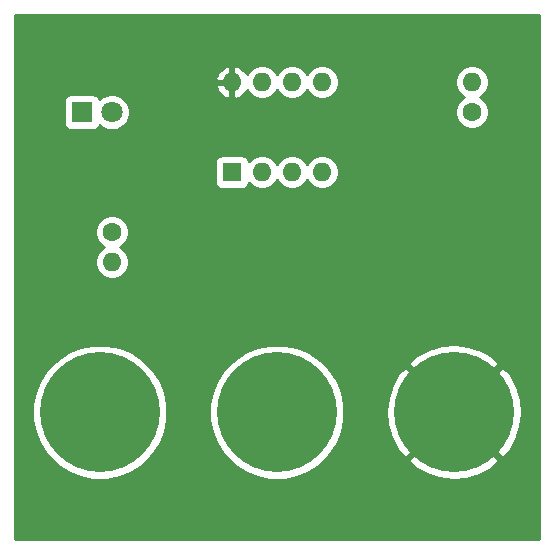
<source format=gbr>
%TF.GenerationSoftware,KiCad,Pcbnew,(5.1.10)-1*%
%TF.CreationDate,2021-07-14T02:51:18+08:00*%
%TF.ProjectId,20210714,32303231-3037-4313-942e-6b696361645f,rev?*%
%TF.SameCoordinates,Original*%
%TF.FileFunction,Copper,L2,Bot*%
%TF.FilePolarity,Positive*%
%FSLAX46Y46*%
G04 Gerber Fmt 4.6, Leading zero omitted, Abs format (unit mm)*
G04 Created by KiCad (PCBNEW (5.1.10)-1) date 2021-07-14 02:51:18*
%MOMM*%
%LPD*%
G01*
G04 APERTURE LIST*
%TA.AperFunction,ComponentPad*%
%ADD10R,1.800000X1.800000*%
%TD*%
%TA.AperFunction,ComponentPad*%
%ADD11C,1.800000*%
%TD*%
%TA.AperFunction,ComponentPad*%
%ADD12C,10.160000*%
%TD*%
%TA.AperFunction,ComponentPad*%
%ADD13O,1.600000X1.600000*%
%TD*%
%TA.AperFunction,ComponentPad*%
%ADD14C,1.600000*%
%TD*%
%TA.AperFunction,ComponentPad*%
%ADD15R,1.600000X1.600000*%
%TD*%
%TA.AperFunction,Conductor*%
%ADD16C,0.254000*%
%TD*%
%TA.AperFunction,Conductor*%
%ADD17C,0.100000*%
%TD*%
G04 APERTURE END LIST*
D10*
%TO.P,D1,1*%
%TO.N,Net-(D1-Pad1)*%
X101600000Y-72390000D03*
D11*
%TO.P,D1,2*%
%TO.N,Net-(D1-Pad2)*%
X104140000Y-72390000D03*
%TD*%
D12*
%TO.P,J1,1*%
%TO.N,VCC*%
X103120000Y-97790000D03*
%TO.P,J1,3*%
%TO.N,GND*%
X133090000Y-97790000D03*
%TO.P,J1,2*%
%TO.N,Net-(J1-Pad2)*%
X118110000Y-97790000D03*
%TD*%
D13*
%TO.P,R1,2*%
%TO.N,/INPUT*%
X134620000Y-69850000D03*
D14*
%TO.P,R1,1*%
%TO.N,Net-(J1-Pad2)*%
X134620000Y-72390000D03*
%TD*%
%TO.P,R2,1*%
%TO.N,Net-(D1-Pad2)*%
X104140000Y-82550000D03*
D13*
%TO.P,R2,2*%
%TO.N,VCC*%
X104140000Y-85090000D03*
%TD*%
D15*
%TO.P,U1,1*%
%TO.N,VCC*%
X114300000Y-77470000D03*
D13*
%TO.P,U1,5*%
%TO.N,Net-(U1-Pad5)*%
X121920000Y-69850000D03*
%TO.P,U1,2*%
%TO.N,Net-(U1-Pad2)*%
X116840000Y-77470000D03*
%TO.P,U1,6*%
%TO.N,/INPUT*%
X119380000Y-69850000D03*
%TO.P,U1,3*%
%TO.N,Net-(U1-Pad3)*%
X119380000Y-77470000D03*
%TO.P,U1,7*%
%TO.N,Net-(D1-Pad1)*%
X116840000Y-69850000D03*
%TO.P,U1,4*%
%TO.N,Net-(U1-Pad4)*%
X121920000Y-77470000D03*
%TO.P,U1,8*%
%TO.N,GND*%
X114300000Y-69850000D03*
%TD*%
D16*
%TO.N,GND*%
X140310001Y-108560000D02*
X95910000Y-108560000D01*
X95910000Y-97227122D01*
X97405000Y-97227122D01*
X97405000Y-98352878D01*
X97624625Y-99457004D01*
X98055433Y-100497067D01*
X98680870Y-101433100D01*
X99476900Y-102229130D01*
X100412933Y-102854567D01*
X101452996Y-103285375D01*
X102557122Y-103505000D01*
X103682878Y-103505000D01*
X104787004Y-103285375D01*
X105827067Y-102854567D01*
X106763100Y-102229130D01*
X107559130Y-101433100D01*
X108184567Y-100497067D01*
X108615375Y-99457004D01*
X108835000Y-98352878D01*
X108835000Y-97227122D01*
X112395000Y-97227122D01*
X112395000Y-98352878D01*
X112614625Y-99457004D01*
X113045433Y-100497067D01*
X113670870Y-101433100D01*
X114466900Y-102229130D01*
X115402933Y-102854567D01*
X116442996Y-103285375D01*
X117547122Y-103505000D01*
X118672878Y-103505000D01*
X119777004Y-103285375D01*
X120817067Y-102854567D01*
X121753100Y-102229130D01*
X122155034Y-101827196D01*
X129232409Y-101827196D01*
X129818124Y-102509416D01*
X130801704Y-103057045D01*
X131873223Y-103402265D01*
X132991501Y-103531808D01*
X134113565Y-103440697D01*
X135196294Y-103132433D01*
X136198079Y-102618863D01*
X136361876Y-102509416D01*
X136947591Y-101827196D01*
X133090000Y-97969605D01*
X129232409Y-101827196D01*
X122155034Y-101827196D01*
X122549130Y-101433100D01*
X123174567Y-100497067D01*
X123605375Y-99457004D01*
X123825000Y-98352878D01*
X123825000Y-97691501D01*
X127348192Y-97691501D01*
X127439303Y-98813565D01*
X127747567Y-99896294D01*
X128261137Y-100898079D01*
X128370584Y-101061876D01*
X129052804Y-101647591D01*
X132910395Y-97790000D01*
X133269605Y-97790000D01*
X137127196Y-101647591D01*
X137809416Y-101061876D01*
X138357045Y-100078296D01*
X138702265Y-99006777D01*
X138831808Y-97888499D01*
X138740697Y-96766435D01*
X138432433Y-95683706D01*
X137918863Y-94681921D01*
X137809416Y-94518124D01*
X137127196Y-93932409D01*
X133269605Y-97790000D01*
X132910395Y-97790000D01*
X129052804Y-93932409D01*
X128370584Y-94518124D01*
X127822955Y-95501704D01*
X127477735Y-96573223D01*
X127348192Y-97691501D01*
X123825000Y-97691501D01*
X123825000Y-97227122D01*
X123605375Y-96122996D01*
X123174567Y-95082933D01*
X122549130Y-94146900D01*
X122155034Y-93752804D01*
X129232409Y-93752804D01*
X133090000Y-97610395D01*
X136947591Y-93752804D01*
X136361876Y-93070584D01*
X135378296Y-92522955D01*
X134306777Y-92177735D01*
X133188499Y-92048192D01*
X132066435Y-92139303D01*
X130983706Y-92447567D01*
X129981921Y-92961137D01*
X129818124Y-93070584D01*
X129232409Y-93752804D01*
X122155034Y-93752804D01*
X121753100Y-93350870D01*
X120817067Y-92725433D01*
X119777004Y-92294625D01*
X118672878Y-92075000D01*
X117547122Y-92075000D01*
X116442996Y-92294625D01*
X115402933Y-92725433D01*
X114466900Y-93350870D01*
X113670870Y-94146900D01*
X113045433Y-95082933D01*
X112614625Y-96122996D01*
X112395000Y-97227122D01*
X108835000Y-97227122D01*
X108615375Y-96122996D01*
X108184567Y-95082933D01*
X107559130Y-94146900D01*
X106763100Y-93350870D01*
X105827067Y-92725433D01*
X104787004Y-92294625D01*
X103682878Y-92075000D01*
X102557122Y-92075000D01*
X101452996Y-92294625D01*
X100412933Y-92725433D01*
X99476900Y-93350870D01*
X98680870Y-94146900D01*
X98055433Y-95082933D01*
X97624625Y-96122996D01*
X97405000Y-97227122D01*
X95910000Y-97227122D01*
X95910000Y-82408665D01*
X102705000Y-82408665D01*
X102705000Y-82691335D01*
X102760147Y-82968574D01*
X102868320Y-83229727D01*
X103025363Y-83464759D01*
X103225241Y-83664637D01*
X103457759Y-83820000D01*
X103225241Y-83975363D01*
X103025363Y-84175241D01*
X102868320Y-84410273D01*
X102760147Y-84671426D01*
X102705000Y-84948665D01*
X102705000Y-85231335D01*
X102760147Y-85508574D01*
X102868320Y-85769727D01*
X103025363Y-86004759D01*
X103225241Y-86204637D01*
X103460273Y-86361680D01*
X103721426Y-86469853D01*
X103998665Y-86525000D01*
X104281335Y-86525000D01*
X104558574Y-86469853D01*
X104819727Y-86361680D01*
X105054759Y-86204637D01*
X105254637Y-86004759D01*
X105411680Y-85769727D01*
X105519853Y-85508574D01*
X105575000Y-85231335D01*
X105575000Y-84948665D01*
X105519853Y-84671426D01*
X105411680Y-84410273D01*
X105254637Y-84175241D01*
X105054759Y-83975363D01*
X104822241Y-83820000D01*
X105054759Y-83664637D01*
X105254637Y-83464759D01*
X105411680Y-83229727D01*
X105519853Y-82968574D01*
X105575000Y-82691335D01*
X105575000Y-82408665D01*
X105519853Y-82131426D01*
X105411680Y-81870273D01*
X105254637Y-81635241D01*
X105054759Y-81435363D01*
X104819727Y-81278320D01*
X104558574Y-81170147D01*
X104281335Y-81115000D01*
X103998665Y-81115000D01*
X103721426Y-81170147D01*
X103460273Y-81278320D01*
X103225241Y-81435363D01*
X103025363Y-81635241D01*
X102868320Y-81870273D01*
X102760147Y-82131426D01*
X102705000Y-82408665D01*
X95910000Y-82408665D01*
X95910000Y-76670000D01*
X112861928Y-76670000D01*
X112861928Y-78270000D01*
X112874188Y-78394482D01*
X112910498Y-78514180D01*
X112969463Y-78624494D01*
X113048815Y-78721185D01*
X113145506Y-78800537D01*
X113255820Y-78859502D01*
X113375518Y-78895812D01*
X113500000Y-78908072D01*
X115100000Y-78908072D01*
X115224482Y-78895812D01*
X115344180Y-78859502D01*
X115454494Y-78800537D01*
X115551185Y-78721185D01*
X115630537Y-78624494D01*
X115689502Y-78514180D01*
X115725812Y-78394482D01*
X115726643Y-78386039D01*
X115925241Y-78584637D01*
X116160273Y-78741680D01*
X116421426Y-78849853D01*
X116698665Y-78905000D01*
X116981335Y-78905000D01*
X117258574Y-78849853D01*
X117519727Y-78741680D01*
X117754759Y-78584637D01*
X117954637Y-78384759D01*
X118110000Y-78152241D01*
X118265363Y-78384759D01*
X118465241Y-78584637D01*
X118700273Y-78741680D01*
X118961426Y-78849853D01*
X119238665Y-78905000D01*
X119521335Y-78905000D01*
X119798574Y-78849853D01*
X120059727Y-78741680D01*
X120294759Y-78584637D01*
X120494637Y-78384759D01*
X120650000Y-78152241D01*
X120805363Y-78384759D01*
X121005241Y-78584637D01*
X121240273Y-78741680D01*
X121501426Y-78849853D01*
X121778665Y-78905000D01*
X122061335Y-78905000D01*
X122338574Y-78849853D01*
X122599727Y-78741680D01*
X122834759Y-78584637D01*
X123034637Y-78384759D01*
X123191680Y-78149727D01*
X123299853Y-77888574D01*
X123355000Y-77611335D01*
X123355000Y-77328665D01*
X123299853Y-77051426D01*
X123191680Y-76790273D01*
X123034637Y-76555241D01*
X122834759Y-76355363D01*
X122599727Y-76198320D01*
X122338574Y-76090147D01*
X122061335Y-76035000D01*
X121778665Y-76035000D01*
X121501426Y-76090147D01*
X121240273Y-76198320D01*
X121005241Y-76355363D01*
X120805363Y-76555241D01*
X120650000Y-76787759D01*
X120494637Y-76555241D01*
X120294759Y-76355363D01*
X120059727Y-76198320D01*
X119798574Y-76090147D01*
X119521335Y-76035000D01*
X119238665Y-76035000D01*
X118961426Y-76090147D01*
X118700273Y-76198320D01*
X118465241Y-76355363D01*
X118265363Y-76555241D01*
X118110000Y-76787759D01*
X117954637Y-76555241D01*
X117754759Y-76355363D01*
X117519727Y-76198320D01*
X117258574Y-76090147D01*
X116981335Y-76035000D01*
X116698665Y-76035000D01*
X116421426Y-76090147D01*
X116160273Y-76198320D01*
X115925241Y-76355363D01*
X115726643Y-76553961D01*
X115725812Y-76545518D01*
X115689502Y-76425820D01*
X115630537Y-76315506D01*
X115551185Y-76218815D01*
X115454494Y-76139463D01*
X115344180Y-76080498D01*
X115224482Y-76044188D01*
X115100000Y-76031928D01*
X113500000Y-76031928D01*
X113375518Y-76044188D01*
X113255820Y-76080498D01*
X113145506Y-76139463D01*
X113048815Y-76218815D01*
X112969463Y-76315506D01*
X112910498Y-76425820D01*
X112874188Y-76545518D01*
X112861928Y-76670000D01*
X95910000Y-76670000D01*
X95910000Y-71490000D01*
X100061928Y-71490000D01*
X100061928Y-73290000D01*
X100074188Y-73414482D01*
X100110498Y-73534180D01*
X100169463Y-73644494D01*
X100248815Y-73741185D01*
X100345506Y-73820537D01*
X100455820Y-73879502D01*
X100575518Y-73915812D01*
X100700000Y-73928072D01*
X102500000Y-73928072D01*
X102624482Y-73915812D01*
X102744180Y-73879502D01*
X102854494Y-73820537D01*
X102951185Y-73741185D01*
X103030537Y-73644494D01*
X103089502Y-73534180D01*
X103095056Y-73515873D01*
X103161495Y-73582312D01*
X103412905Y-73750299D01*
X103692257Y-73866011D01*
X103988816Y-73925000D01*
X104291184Y-73925000D01*
X104587743Y-73866011D01*
X104867095Y-73750299D01*
X105118505Y-73582312D01*
X105332312Y-73368505D01*
X105500299Y-73117095D01*
X105616011Y-72837743D01*
X105675000Y-72541184D01*
X105675000Y-72238816D01*
X105616011Y-71942257D01*
X105500299Y-71662905D01*
X105332312Y-71411495D01*
X105118505Y-71197688D01*
X104867095Y-71029701D01*
X104587743Y-70913989D01*
X104291184Y-70855000D01*
X103988816Y-70855000D01*
X103692257Y-70913989D01*
X103412905Y-71029701D01*
X103161495Y-71197688D01*
X103095056Y-71264127D01*
X103089502Y-71245820D01*
X103030537Y-71135506D01*
X102951185Y-71038815D01*
X102854494Y-70959463D01*
X102744180Y-70900498D01*
X102624482Y-70864188D01*
X102500000Y-70851928D01*
X100700000Y-70851928D01*
X100575518Y-70864188D01*
X100455820Y-70900498D01*
X100345506Y-70959463D01*
X100248815Y-71038815D01*
X100169463Y-71135506D01*
X100110498Y-71245820D01*
X100074188Y-71365518D01*
X100061928Y-71490000D01*
X95910000Y-71490000D01*
X95910000Y-70199040D01*
X112908091Y-70199040D01*
X113002930Y-70463881D01*
X113147615Y-70705131D01*
X113336586Y-70913519D01*
X113562580Y-71081037D01*
X113816913Y-71201246D01*
X113950961Y-71241904D01*
X114173000Y-71119915D01*
X114173000Y-69977000D01*
X113029376Y-69977000D01*
X112908091Y-70199040D01*
X95910000Y-70199040D01*
X95910000Y-69500960D01*
X112908091Y-69500960D01*
X113029376Y-69723000D01*
X114173000Y-69723000D01*
X114173000Y-68580085D01*
X114427000Y-68580085D01*
X114427000Y-69723000D01*
X114447000Y-69723000D01*
X114447000Y-69977000D01*
X114427000Y-69977000D01*
X114427000Y-71119915D01*
X114649039Y-71241904D01*
X114783087Y-71201246D01*
X115037420Y-71081037D01*
X115263414Y-70913519D01*
X115452385Y-70705131D01*
X115563933Y-70519135D01*
X115568320Y-70529727D01*
X115725363Y-70764759D01*
X115925241Y-70964637D01*
X116160273Y-71121680D01*
X116421426Y-71229853D01*
X116698665Y-71285000D01*
X116981335Y-71285000D01*
X117258574Y-71229853D01*
X117519727Y-71121680D01*
X117754759Y-70964637D01*
X117954637Y-70764759D01*
X118110000Y-70532241D01*
X118265363Y-70764759D01*
X118465241Y-70964637D01*
X118700273Y-71121680D01*
X118961426Y-71229853D01*
X119238665Y-71285000D01*
X119521335Y-71285000D01*
X119798574Y-71229853D01*
X120059727Y-71121680D01*
X120294759Y-70964637D01*
X120494637Y-70764759D01*
X120650000Y-70532241D01*
X120805363Y-70764759D01*
X121005241Y-70964637D01*
X121240273Y-71121680D01*
X121501426Y-71229853D01*
X121778665Y-71285000D01*
X122061335Y-71285000D01*
X122338574Y-71229853D01*
X122599727Y-71121680D01*
X122834759Y-70964637D01*
X123034637Y-70764759D01*
X123191680Y-70529727D01*
X123299853Y-70268574D01*
X123355000Y-69991335D01*
X123355000Y-69708665D01*
X133185000Y-69708665D01*
X133185000Y-69991335D01*
X133240147Y-70268574D01*
X133348320Y-70529727D01*
X133505363Y-70764759D01*
X133705241Y-70964637D01*
X133937759Y-71120000D01*
X133705241Y-71275363D01*
X133505363Y-71475241D01*
X133348320Y-71710273D01*
X133240147Y-71971426D01*
X133185000Y-72248665D01*
X133185000Y-72531335D01*
X133240147Y-72808574D01*
X133348320Y-73069727D01*
X133505363Y-73304759D01*
X133705241Y-73504637D01*
X133940273Y-73661680D01*
X134201426Y-73769853D01*
X134478665Y-73825000D01*
X134761335Y-73825000D01*
X135038574Y-73769853D01*
X135299727Y-73661680D01*
X135534759Y-73504637D01*
X135734637Y-73304759D01*
X135891680Y-73069727D01*
X135999853Y-72808574D01*
X136055000Y-72531335D01*
X136055000Y-72248665D01*
X135999853Y-71971426D01*
X135891680Y-71710273D01*
X135734637Y-71475241D01*
X135534759Y-71275363D01*
X135302241Y-71120000D01*
X135534759Y-70964637D01*
X135734637Y-70764759D01*
X135891680Y-70529727D01*
X135999853Y-70268574D01*
X136055000Y-69991335D01*
X136055000Y-69708665D01*
X135999853Y-69431426D01*
X135891680Y-69170273D01*
X135734637Y-68935241D01*
X135534759Y-68735363D01*
X135299727Y-68578320D01*
X135038574Y-68470147D01*
X134761335Y-68415000D01*
X134478665Y-68415000D01*
X134201426Y-68470147D01*
X133940273Y-68578320D01*
X133705241Y-68735363D01*
X133505363Y-68935241D01*
X133348320Y-69170273D01*
X133240147Y-69431426D01*
X133185000Y-69708665D01*
X123355000Y-69708665D01*
X123299853Y-69431426D01*
X123191680Y-69170273D01*
X123034637Y-68935241D01*
X122834759Y-68735363D01*
X122599727Y-68578320D01*
X122338574Y-68470147D01*
X122061335Y-68415000D01*
X121778665Y-68415000D01*
X121501426Y-68470147D01*
X121240273Y-68578320D01*
X121005241Y-68735363D01*
X120805363Y-68935241D01*
X120650000Y-69167759D01*
X120494637Y-68935241D01*
X120294759Y-68735363D01*
X120059727Y-68578320D01*
X119798574Y-68470147D01*
X119521335Y-68415000D01*
X119238665Y-68415000D01*
X118961426Y-68470147D01*
X118700273Y-68578320D01*
X118465241Y-68735363D01*
X118265363Y-68935241D01*
X118110000Y-69167759D01*
X117954637Y-68935241D01*
X117754759Y-68735363D01*
X117519727Y-68578320D01*
X117258574Y-68470147D01*
X116981335Y-68415000D01*
X116698665Y-68415000D01*
X116421426Y-68470147D01*
X116160273Y-68578320D01*
X115925241Y-68735363D01*
X115725363Y-68935241D01*
X115568320Y-69170273D01*
X115563933Y-69180865D01*
X115452385Y-68994869D01*
X115263414Y-68786481D01*
X115037420Y-68618963D01*
X114783087Y-68498754D01*
X114649039Y-68458096D01*
X114427000Y-68580085D01*
X114173000Y-68580085D01*
X113950961Y-68458096D01*
X113816913Y-68498754D01*
X113562580Y-68618963D01*
X113336586Y-68786481D01*
X113147615Y-68994869D01*
X113002930Y-69236119D01*
X112908091Y-69500960D01*
X95910000Y-69500960D01*
X95910000Y-64160000D01*
X140310000Y-64160000D01*
X140310001Y-108560000D01*
%TA.AperFunction,Conductor*%
D17*
G36*
X140310001Y-108560000D02*
G01*
X95910000Y-108560000D01*
X95910000Y-97227122D01*
X97405000Y-97227122D01*
X97405000Y-98352878D01*
X97624625Y-99457004D01*
X98055433Y-100497067D01*
X98680870Y-101433100D01*
X99476900Y-102229130D01*
X100412933Y-102854567D01*
X101452996Y-103285375D01*
X102557122Y-103505000D01*
X103682878Y-103505000D01*
X104787004Y-103285375D01*
X105827067Y-102854567D01*
X106763100Y-102229130D01*
X107559130Y-101433100D01*
X108184567Y-100497067D01*
X108615375Y-99457004D01*
X108835000Y-98352878D01*
X108835000Y-97227122D01*
X112395000Y-97227122D01*
X112395000Y-98352878D01*
X112614625Y-99457004D01*
X113045433Y-100497067D01*
X113670870Y-101433100D01*
X114466900Y-102229130D01*
X115402933Y-102854567D01*
X116442996Y-103285375D01*
X117547122Y-103505000D01*
X118672878Y-103505000D01*
X119777004Y-103285375D01*
X120817067Y-102854567D01*
X121753100Y-102229130D01*
X122155034Y-101827196D01*
X129232409Y-101827196D01*
X129818124Y-102509416D01*
X130801704Y-103057045D01*
X131873223Y-103402265D01*
X132991501Y-103531808D01*
X134113565Y-103440697D01*
X135196294Y-103132433D01*
X136198079Y-102618863D01*
X136361876Y-102509416D01*
X136947591Y-101827196D01*
X133090000Y-97969605D01*
X129232409Y-101827196D01*
X122155034Y-101827196D01*
X122549130Y-101433100D01*
X123174567Y-100497067D01*
X123605375Y-99457004D01*
X123825000Y-98352878D01*
X123825000Y-97691501D01*
X127348192Y-97691501D01*
X127439303Y-98813565D01*
X127747567Y-99896294D01*
X128261137Y-100898079D01*
X128370584Y-101061876D01*
X129052804Y-101647591D01*
X132910395Y-97790000D01*
X133269605Y-97790000D01*
X137127196Y-101647591D01*
X137809416Y-101061876D01*
X138357045Y-100078296D01*
X138702265Y-99006777D01*
X138831808Y-97888499D01*
X138740697Y-96766435D01*
X138432433Y-95683706D01*
X137918863Y-94681921D01*
X137809416Y-94518124D01*
X137127196Y-93932409D01*
X133269605Y-97790000D01*
X132910395Y-97790000D01*
X129052804Y-93932409D01*
X128370584Y-94518124D01*
X127822955Y-95501704D01*
X127477735Y-96573223D01*
X127348192Y-97691501D01*
X123825000Y-97691501D01*
X123825000Y-97227122D01*
X123605375Y-96122996D01*
X123174567Y-95082933D01*
X122549130Y-94146900D01*
X122155034Y-93752804D01*
X129232409Y-93752804D01*
X133090000Y-97610395D01*
X136947591Y-93752804D01*
X136361876Y-93070584D01*
X135378296Y-92522955D01*
X134306777Y-92177735D01*
X133188499Y-92048192D01*
X132066435Y-92139303D01*
X130983706Y-92447567D01*
X129981921Y-92961137D01*
X129818124Y-93070584D01*
X129232409Y-93752804D01*
X122155034Y-93752804D01*
X121753100Y-93350870D01*
X120817067Y-92725433D01*
X119777004Y-92294625D01*
X118672878Y-92075000D01*
X117547122Y-92075000D01*
X116442996Y-92294625D01*
X115402933Y-92725433D01*
X114466900Y-93350870D01*
X113670870Y-94146900D01*
X113045433Y-95082933D01*
X112614625Y-96122996D01*
X112395000Y-97227122D01*
X108835000Y-97227122D01*
X108615375Y-96122996D01*
X108184567Y-95082933D01*
X107559130Y-94146900D01*
X106763100Y-93350870D01*
X105827067Y-92725433D01*
X104787004Y-92294625D01*
X103682878Y-92075000D01*
X102557122Y-92075000D01*
X101452996Y-92294625D01*
X100412933Y-92725433D01*
X99476900Y-93350870D01*
X98680870Y-94146900D01*
X98055433Y-95082933D01*
X97624625Y-96122996D01*
X97405000Y-97227122D01*
X95910000Y-97227122D01*
X95910000Y-82408665D01*
X102705000Y-82408665D01*
X102705000Y-82691335D01*
X102760147Y-82968574D01*
X102868320Y-83229727D01*
X103025363Y-83464759D01*
X103225241Y-83664637D01*
X103457759Y-83820000D01*
X103225241Y-83975363D01*
X103025363Y-84175241D01*
X102868320Y-84410273D01*
X102760147Y-84671426D01*
X102705000Y-84948665D01*
X102705000Y-85231335D01*
X102760147Y-85508574D01*
X102868320Y-85769727D01*
X103025363Y-86004759D01*
X103225241Y-86204637D01*
X103460273Y-86361680D01*
X103721426Y-86469853D01*
X103998665Y-86525000D01*
X104281335Y-86525000D01*
X104558574Y-86469853D01*
X104819727Y-86361680D01*
X105054759Y-86204637D01*
X105254637Y-86004759D01*
X105411680Y-85769727D01*
X105519853Y-85508574D01*
X105575000Y-85231335D01*
X105575000Y-84948665D01*
X105519853Y-84671426D01*
X105411680Y-84410273D01*
X105254637Y-84175241D01*
X105054759Y-83975363D01*
X104822241Y-83820000D01*
X105054759Y-83664637D01*
X105254637Y-83464759D01*
X105411680Y-83229727D01*
X105519853Y-82968574D01*
X105575000Y-82691335D01*
X105575000Y-82408665D01*
X105519853Y-82131426D01*
X105411680Y-81870273D01*
X105254637Y-81635241D01*
X105054759Y-81435363D01*
X104819727Y-81278320D01*
X104558574Y-81170147D01*
X104281335Y-81115000D01*
X103998665Y-81115000D01*
X103721426Y-81170147D01*
X103460273Y-81278320D01*
X103225241Y-81435363D01*
X103025363Y-81635241D01*
X102868320Y-81870273D01*
X102760147Y-82131426D01*
X102705000Y-82408665D01*
X95910000Y-82408665D01*
X95910000Y-76670000D01*
X112861928Y-76670000D01*
X112861928Y-78270000D01*
X112874188Y-78394482D01*
X112910498Y-78514180D01*
X112969463Y-78624494D01*
X113048815Y-78721185D01*
X113145506Y-78800537D01*
X113255820Y-78859502D01*
X113375518Y-78895812D01*
X113500000Y-78908072D01*
X115100000Y-78908072D01*
X115224482Y-78895812D01*
X115344180Y-78859502D01*
X115454494Y-78800537D01*
X115551185Y-78721185D01*
X115630537Y-78624494D01*
X115689502Y-78514180D01*
X115725812Y-78394482D01*
X115726643Y-78386039D01*
X115925241Y-78584637D01*
X116160273Y-78741680D01*
X116421426Y-78849853D01*
X116698665Y-78905000D01*
X116981335Y-78905000D01*
X117258574Y-78849853D01*
X117519727Y-78741680D01*
X117754759Y-78584637D01*
X117954637Y-78384759D01*
X118110000Y-78152241D01*
X118265363Y-78384759D01*
X118465241Y-78584637D01*
X118700273Y-78741680D01*
X118961426Y-78849853D01*
X119238665Y-78905000D01*
X119521335Y-78905000D01*
X119798574Y-78849853D01*
X120059727Y-78741680D01*
X120294759Y-78584637D01*
X120494637Y-78384759D01*
X120650000Y-78152241D01*
X120805363Y-78384759D01*
X121005241Y-78584637D01*
X121240273Y-78741680D01*
X121501426Y-78849853D01*
X121778665Y-78905000D01*
X122061335Y-78905000D01*
X122338574Y-78849853D01*
X122599727Y-78741680D01*
X122834759Y-78584637D01*
X123034637Y-78384759D01*
X123191680Y-78149727D01*
X123299853Y-77888574D01*
X123355000Y-77611335D01*
X123355000Y-77328665D01*
X123299853Y-77051426D01*
X123191680Y-76790273D01*
X123034637Y-76555241D01*
X122834759Y-76355363D01*
X122599727Y-76198320D01*
X122338574Y-76090147D01*
X122061335Y-76035000D01*
X121778665Y-76035000D01*
X121501426Y-76090147D01*
X121240273Y-76198320D01*
X121005241Y-76355363D01*
X120805363Y-76555241D01*
X120650000Y-76787759D01*
X120494637Y-76555241D01*
X120294759Y-76355363D01*
X120059727Y-76198320D01*
X119798574Y-76090147D01*
X119521335Y-76035000D01*
X119238665Y-76035000D01*
X118961426Y-76090147D01*
X118700273Y-76198320D01*
X118465241Y-76355363D01*
X118265363Y-76555241D01*
X118110000Y-76787759D01*
X117954637Y-76555241D01*
X117754759Y-76355363D01*
X117519727Y-76198320D01*
X117258574Y-76090147D01*
X116981335Y-76035000D01*
X116698665Y-76035000D01*
X116421426Y-76090147D01*
X116160273Y-76198320D01*
X115925241Y-76355363D01*
X115726643Y-76553961D01*
X115725812Y-76545518D01*
X115689502Y-76425820D01*
X115630537Y-76315506D01*
X115551185Y-76218815D01*
X115454494Y-76139463D01*
X115344180Y-76080498D01*
X115224482Y-76044188D01*
X115100000Y-76031928D01*
X113500000Y-76031928D01*
X113375518Y-76044188D01*
X113255820Y-76080498D01*
X113145506Y-76139463D01*
X113048815Y-76218815D01*
X112969463Y-76315506D01*
X112910498Y-76425820D01*
X112874188Y-76545518D01*
X112861928Y-76670000D01*
X95910000Y-76670000D01*
X95910000Y-71490000D01*
X100061928Y-71490000D01*
X100061928Y-73290000D01*
X100074188Y-73414482D01*
X100110498Y-73534180D01*
X100169463Y-73644494D01*
X100248815Y-73741185D01*
X100345506Y-73820537D01*
X100455820Y-73879502D01*
X100575518Y-73915812D01*
X100700000Y-73928072D01*
X102500000Y-73928072D01*
X102624482Y-73915812D01*
X102744180Y-73879502D01*
X102854494Y-73820537D01*
X102951185Y-73741185D01*
X103030537Y-73644494D01*
X103089502Y-73534180D01*
X103095056Y-73515873D01*
X103161495Y-73582312D01*
X103412905Y-73750299D01*
X103692257Y-73866011D01*
X103988816Y-73925000D01*
X104291184Y-73925000D01*
X104587743Y-73866011D01*
X104867095Y-73750299D01*
X105118505Y-73582312D01*
X105332312Y-73368505D01*
X105500299Y-73117095D01*
X105616011Y-72837743D01*
X105675000Y-72541184D01*
X105675000Y-72238816D01*
X105616011Y-71942257D01*
X105500299Y-71662905D01*
X105332312Y-71411495D01*
X105118505Y-71197688D01*
X104867095Y-71029701D01*
X104587743Y-70913989D01*
X104291184Y-70855000D01*
X103988816Y-70855000D01*
X103692257Y-70913989D01*
X103412905Y-71029701D01*
X103161495Y-71197688D01*
X103095056Y-71264127D01*
X103089502Y-71245820D01*
X103030537Y-71135506D01*
X102951185Y-71038815D01*
X102854494Y-70959463D01*
X102744180Y-70900498D01*
X102624482Y-70864188D01*
X102500000Y-70851928D01*
X100700000Y-70851928D01*
X100575518Y-70864188D01*
X100455820Y-70900498D01*
X100345506Y-70959463D01*
X100248815Y-71038815D01*
X100169463Y-71135506D01*
X100110498Y-71245820D01*
X100074188Y-71365518D01*
X100061928Y-71490000D01*
X95910000Y-71490000D01*
X95910000Y-70199040D01*
X112908091Y-70199040D01*
X113002930Y-70463881D01*
X113147615Y-70705131D01*
X113336586Y-70913519D01*
X113562580Y-71081037D01*
X113816913Y-71201246D01*
X113950961Y-71241904D01*
X114173000Y-71119915D01*
X114173000Y-69977000D01*
X113029376Y-69977000D01*
X112908091Y-70199040D01*
X95910000Y-70199040D01*
X95910000Y-69500960D01*
X112908091Y-69500960D01*
X113029376Y-69723000D01*
X114173000Y-69723000D01*
X114173000Y-68580085D01*
X114427000Y-68580085D01*
X114427000Y-69723000D01*
X114447000Y-69723000D01*
X114447000Y-69977000D01*
X114427000Y-69977000D01*
X114427000Y-71119915D01*
X114649039Y-71241904D01*
X114783087Y-71201246D01*
X115037420Y-71081037D01*
X115263414Y-70913519D01*
X115452385Y-70705131D01*
X115563933Y-70519135D01*
X115568320Y-70529727D01*
X115725363Y-70764759D01*
X115925241Y-70964637D01*
X116160273Y-71121680D01*
X116421426Y-71229853D01*
X116698665Y-71285000D01*
X116981335Y-71285000D01*
X117258574Y-71229853D01*
X117519727Y-71121680D01*
X117754759Y-70964637D01*
X117954637Y-70764759D01*
X118110000Y-70532241D01*
X118265363Y-70764759D01*
X118465241Y-70964637D01*
X118700273Y-71121680D01*
X118961426Y-71229853D01*
X119238665Y-71285000D01*
X119521335Y-71285000D01*
X119798574Y-71229853D01*
X120059727Y-71121680D01*
X120294759Y-70964637D01*
X120494637Y-70764759D01*
X120650000Y-70532241D01*
X120805363Y-70764759D01*
X121005241Y-70964637D01*
X121240273Y-71121680D01*
X121501426Y-71229853D01*
X121778665Y-71285000D01*
X122061335Y-71285000D01*
X122338574Y-71229853D01*
X122599727Y-71121680D01*
X122834759Y-70964637D01*
X123034637Y-70764759D01*
X123191680Y-70529727D01*
X123299853Y-70268574D01*
X123355000Y-69991335D01*
X123355000Y-69708665D01*
X133185000Y-69708665D01*
X133185000Y-69991335D01*
X133240147Y-70268574D01*
X133348320Y-70529727D01*
X133505363Y-70764759D01*
X133705241Y-70964637D01*
X133937759Y-71120000D01*
X133705241Y-71275363D01*
X133505363Y-71475241D01*
X133348320Y-71710273D01*
X133240147Y-71971426D01*
X133185000Y-72248665D01*
X133185000Y-72531335D01*
X133240147Y-72808574D01*
X133348320Y-73069727D01*
X133505363Y-73304759D01*
X133705241Y-73504637D01*
X133940273Y-73661680D01*
X134201426Y-73769853D01*
X134478665Y-73825000D01*
X134761335Y-73825000D01*
X135038574Y-73769853D01*
X135299727Y-73661680D01*
X135534759Y-73504637D01*
X135734637Y-73304759D01*
X135891680Y-73069727D01*
X135999853Y-72808574D01*
X136055000Y-72531335D01*
X136055000Y-72248665D01*
X135999853Y-71971426D01*
X135891680Y-71710273D01*
X135734637Y-71475241D01*
X135534759Y-71275363D01*
X135302241Y-71120000D01*
X135534759Y-70964637D01*
X135734637Y-70764759D01*
X135891680Y-70529727D01*
X135999853Y-70268574D01*
X136055000Y-69991335D01*
X136055000Y-69708665D01*
X135999853Y-69431426D01*
X135891680Y-69170273D01*
X135734637Y-68935241D01*
X135534759Y-68735363D01*
X135299727Y-68578320D01*
X135038574Y-68470147D01*
X134761335Y-68415000D01*
X134478665Y-68415000D01*
X134201426Y-68470147D01*
X133940273Y-68578320D01*
X133705241Y-68735363D01*
X133505363Y-68935241D01*
X133348320Y-69170273D01*
X133240147Y-69431426D01*
X133185000Y-69708665D01*
X123355000Y-69708665D01*
X123299853Y-69431426D01*
X123191680Y-69170273D01*
X123034637Y-68935241D01*
X122834759Y-68735363D01*
X122599727Y-68578320D01*
X122338574Y-68470147D01*
X122061335Y-68415000D01*
X121778665Y-68415000D01*
X121501426Y-68470147D01*
X121240273Y-68578320D01*
X121005241Y-68735363D01*
X120805363Y-68935241D01*
X120650000Y-69167759D01*
X120494637Y-68935241D01*
X120294759Y-68735363D01*
X120059727Y-68578320D01*
X119798574Y-68470147D01*
X119521335Y-68415000D01*
X119238665Y-68415000D01*
X118961426Y-68470147D01*
X118700273Y-68578320D01*
X118465241Y-68735363D01*
X118265363Y-68935241D01*
X118110000Y-69167759D01*
X117954637Y-68935241D01*
X117754759Y-68735363D01*
X117519727Y-68578320D01*
X117258574Y-68470147D01*
X116981335Y-68415000D01*
X116698665Y-68415000D01*
X116421426Y-68470147D01*
X116160273Y-68578320D01*
X115925241Y-68735363D01*
X115725363Y-68935241D01*
X115568320Y-69170273D01*
X115563933Y-69180865D01*
X115452385Y-68994869D01*
X115263414Y-68786481D01*
X115037420Y-68618963D01*
X114783087Y-68498754D01*
X114649039Y-68458096D01*
X114427000Y-68580085D01*
X114173000Y-68580085D01*
X113950961Y-68458096D01*
X113816913Y-68498754D01*
X113562580Y-68618963D01*
X113336586Y-68786481D01*
X113147615Y-68994869D01*
X113002930Y-69236119D01*
X112908091Y-69500960D01*
X95910000Y-69500960D01*
X95910000Y-64160000D01*
X140310000Y-64160000D01*
X140310001Y-108560000D01*
G37*
%TD.AperFunction*%
%TD*%
M02*

</source>
